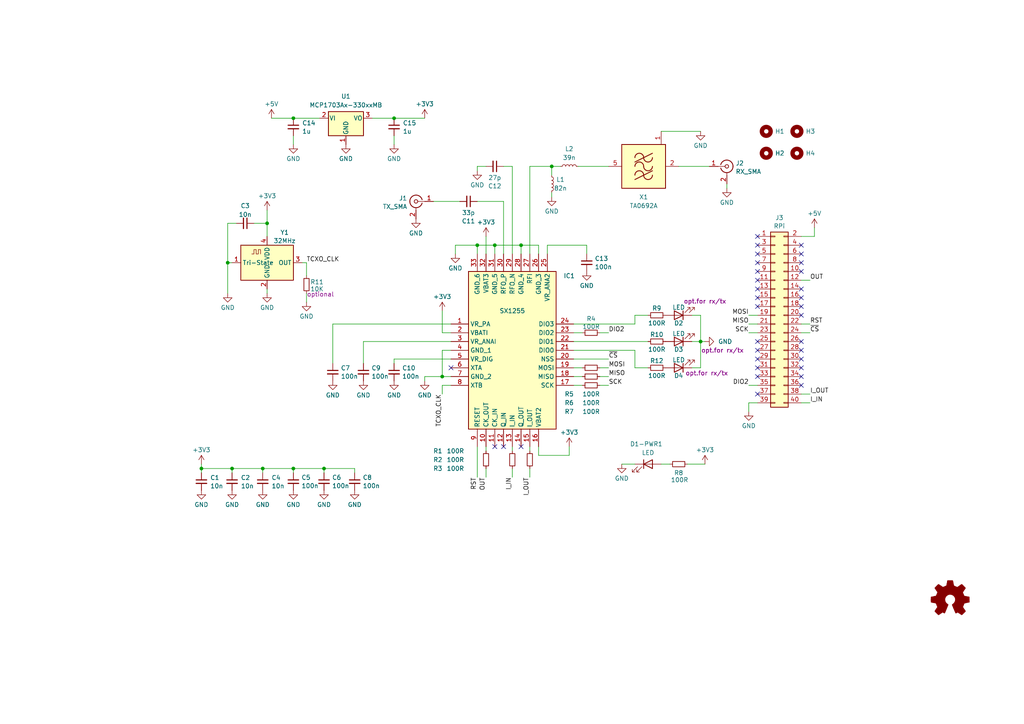
<source format=kicad_sch>
(kicad_sch (version 20250114) (generator "eeschema") (generator_version "9.0")
  (paper "A4")
  (title_block (title "SX1255 RPi 3-4 Shield") (date "03-04-2025") (rev "B") (company "M17 Foundation") (comment 1 "Wojciech SP5WWP") (comment 2 "moded by Z32IT"))
  (lib_symbols
    (symbol "Connector:Conn_Coaxial" (pin_names (offset 1.016) (hide yes))
      (property "Reference" "J" (at 0.254 3.048 0))
      (property "Value" "Conn_Coaxial" (at 2.921 0 90))
      (symbol "Conn_Coaxial_0_1"
        (polyline (pts (xy -2.54 0) (xy -0.508 0)))
        (arc (start 1.778 0) (mid 0.222 -1.8079) (end -1.778 -0.508) (stroke (width 0.254)))
        (arc (start -1.778 0.508) (mid 0.2221 1.8084) (end 1.778 0) (stroke (width 0.254)))
        (circle (center 0 0) (radius 0.508) (stroke (width 0.2032)))
        (polyline (pts (xy 0 -2.54) (xy 0 -1.778)))
      )
      (symbol "Conn_Coaxial_1_1"
        (pin passive line (at -5.08 0 0) (length 2.54) (name "In") (number "1"))
        (pin passive line (at 0 -5.08 90) (length 2.54) (name "Ext") (number "2"))
      )
    )
    (symbol "Connector_Generic:Conn_02x20_Odd_Even" (pin_names (offset 1.016) (hide yes))
      (property "Reference" "J" (at 1.27 25.4 0))
      (property "Value" "Conn_02x20_Odd_Even" (at 1.27 -27.94 0))
      (symbol "Conn_02x20_Odd_Even_1_1"
        (rectangle (start -1.27 24.13) (end 3.81 -26.67) (stroke (width 0.254)) (fill (type background)))
        (rectangle (start -1.27 22.987) (end 0 22.733) (stroke (width 0.1524)))
        (rectangle (start -1.27 20.447) (end 0 20.193) (stroke (width 0.1524)))
        (rectangle (start -1.27 17.907) (end 0 17.653) (stroke (width 0.1524)))
        (rectangle (start -1.27 15.367) (end 0 15.113) (stroke (width 0.1524)))
        (rectangle (start -1.27 12.827) (end 0 12.573) (stroke (width 0.1524)))
        (rectangle (start -1.27 10.287) (end 0 10.033) (stroke (width 0.1524)))
        (rectangle (start -1.27 7.747) (end 0 7.493) (stroke (width 0.1524)))
        (rectangle (start -1.27 5.207) (end 0 4.953) (stroke (width 0.1524)))
        (rectangle (start -1.27 2.667) (end 0 2.413) (stroke (width 0.1524)))
        (rectangle (start -1.27 0.127) (end 0 -0.127) (stroke (width 0.1524)))
        (rectangle (start -1.27 -2.413) (end 0 -2.667) (stroke (width 0.1524)))
        (rectangle (start -1.27 -4.953) (end 0 -5.207) (stroke (width 0.1524)))
        (rectangle (start -1.27 -7.493) (end 0 -7.747) (stroke (width 0.1524)))
        (rectangle (start -1.27 -10.033) (end 0 -10.287) (stroke (width 0.1524)))
        (rectangle (start -1.27 -12.573) (end 0 -12.827) (stroke (width 0.1524)))
        (rectangle (start -1.27 -15.113) (end 0 -15.367) (stroke (width 0.1524)))
        (rectangle (start -1.27 -17.653) (end 0 -17.907) (stroke (width 0.1524)))
        (rectangle (start -1.27 -20.193) (end 0 -20.447) (stroke (width 0.1524)))
        (rectangle (start -1.27 -22.733) (end 0 -22.987) (stroke (width 0.1524)))
        (rectangle (start -1.27 -25.273) (end 0 -25.527) (stroke (width 0.1524)))
        (rectangle (start 3.81 22.987) (end 2.54 22.733) (stroke (width 0.1524)))
        (rectangle (start 3.81 20.447) (end 2.54 20.193) (stroke (width 0.1524)))
        (rectangle (start 3.81 17.907) (end 2.54 17.653) (stroke (width 0.1524)))
        (rectangle (start 3.81 15.367) (end 2.54 15.113) (stroke (width 0.1524)))
        (rectangle (start 3.81 12.827) (end 2.54 12.573) (stroke (width 0.1524)))
        (rectangle (start 3.81 10.287) (end 2.54 10.033) (stroke (width 0.1524)))
        (rectangle (start 3.81 7.747) (end 2.54 7.493) (stroke (width 0.1524)))
        (rectangle (start 3.81 5.207) (end 2.54 4.953) (stroke (width 0.1524)))
        (rectangle (start 3.81 2.667) (end 2.54 2.413) (stroke (width 0.1524)))
        (rectangle (start 3.81 0.127) (end 2.54 -0.127) (stroke (width 0.1524)))
        (rectangle (start 3.81 -2.413) (end 2.54 -2.667) (stroke (width 0.1524)))
        (rectangle (start 3.81 -4.953) (end 2.54 -5.207) (stroke (width 0.1524)))
        (rectangle (start 3.81 -7.493) (end 2.54 -7.747) (stroke (width 0.1524)))
        (rectangle (start 3.81 -10.033) (end 2.54 -10.287) (stroke (width 0.1524)))
        (rectangle (start 3.81 -12.573) (end 2.54 -12.827) (stroke (width 0.1524)))
        (rectangle (start 3.81 -15.113) (end 2.54 -15.367) (stroke (width 0.1524)))
        (rectangle (start 3.81 -17.653) (end 2.54 -17.907) (stroke (width 0.1524)))
        (rectangle (start 3.81 -20.193) (end 2.54 -20.447) (stroke (width 0.1524)))
        (rectangle (start 3.81 -22.733) (end 2.54 -22.987) (stroke (width 0.1524)))
        (rectangle (start 3.81 -25.273) (end 2.54 -25.527) (stroke (width 0.1524)))
        (pin passive line (at -5.08 22.86 0) (length 3.81) (name "Pin_1") (number "1"))
        (pin passive line (at -5.08 20.32 0) (length 3.81) (name "Pin_3") (number "3"))
        (pin passive line (at -5.08 17.78 0) (length 3.81) (name "Pin_5") (number "5"))
        (pin passive line (at -5.08 15.24 0) (length 3.81) (name "Pin_7") (number "7"))
        (pin passive line (at -5.08 12.7 0) (length 3.81) (name "Pin_9") (number "9"))
        (pin passive line (at -5.08 10.16 0) (length 3.81) (name "Pin_11") (number "11"))
        (pin passive line (at -5.08 7.62 0) (length 3.81) (name "Pin_13") (number "13"))
        (pin passive line (at -5.08 5.08 0) (length 3.81) (name "Pin_15") (number "15"))
        (pin passive line (at -5.08 2.54 0) (length 3.81) (name "Pin_17") (number "17"))
        (pin passive line (at -5.08 0 0) (length 3.81) (name "Pin_19") (number "19"))
        (pin passive line (at -5.08 -2.54 0) (length 3.81) (name "Pin_21") (number "21"))
        (pin passive line (at -5.08 -5.08 0) (length 3.81) (name "Pin_23") (number "23"))
        (pin passive line (at -5.08 -7.62 0) (length 3.81) (name "Pin_25") (number "25"))
        (pin passive line (at -5.08 -10.16 0) (length 3.81) (name "Pin_27") (number "27"))
        (pin passive line (at -5.08 -12.7 0) (length 3.81) (name "Pin_29") (number "29"))
        (pin passive line (at -5.08 -15.24 0) (length 3.81) (name "Pin_31") (number "31"))
        (pin passive line (at -5.08 -17.78 0) (length 3.81) (name "Pin_33") (number "33"))
        (pin passive line (at -5.08 -20.32 0) (length 3.81) (name "Pin_35") (number "35"))
        (pin passive line (at -5.08 -22.86 0) (length 3.81) (name "Pin_37") (number "37"))
        (pin passive line (at -5.08 -25.4 0) (length 3.81) (name "Pin_39") (number "39"))
        (pin passive line (at 7.62 22.86 180) (length 3.81) (name "Pin_2") (number "2"))
        (pin passive line (at 7.62 20.32 180) (length 3.81) (name "Pin_4") (number "4"))
        (pin passive line (at 7.62 17.78 180) (length 3.81) (name "Pin_6") (number "6"))
        (pin passive line (at 7.62 15.24 180) (length 3.81) (name "Pin_8") (number "8"))
        (pin passive line (at 7.62 12.7 180) (length 3.81) (name "Pin_10") (number "10"))
        (pin passive line (at 7.62 10.16 180) (length 3.81) (name "Pin_12") (number "12"))
        (pin passive line (at 7.62 7.62 180) (length 3.81) (name "Pin_14") (number "14"))
        (pin passive line (at 7.62 5.08 180) (length 3.81) (name "Pin_16") (number "16"))
        (pin passive line (at 7.62 2.54 180) (length 3.81) (name "Pin_18") (number "18"))
        (pin passive line (at 7.62 0 180) (length 3.81) (name "Pin_20") (number "20"))
        (pin passive line (at 7.62 -2.54 180) (length 3.81) (name "Pin_22") (number "22"))
        (pin passive line (at 7.62 -5.08 180) (length 3.81) (name "Pin_24") (number "24"))
        (pin passive line (at 7.62 -7.62 180) (length 3.81) (name "Pin_26") (number "26"))
        (pin passive line (at 7.62 -10.16 180) (length 3.81) (name "Pin_28") (number "28"))
        (pin passive line (at 7.62 -12.7 180) (length 3.81) (name "Pin_30") (number "30"))
        (pin passive line (at 7.62 -15.24 180) (length 3.81) (name "Pin_32") (number "32"))
        (pin passive line (at 7.62 -17.78 180) (length 3.81) (name "Pin_34") (number "34"))
        (pin passive line (at 7.62 -20.32 180) (length 3.81) (name "Pin_36") (number "36"))
        (pin passive line (at 7.62 -22.86 180) (length 3.81) (name "Pin_38") (number "38"))
        (pin passive line (at 7.62 -25.4 180) (length 3.81) (name "Pin_40") (number "40"))
      )
    )
    (symbol "Device:C_Small" (pin_numbers (hide yes)) (pin_names (offset 0.254) (hide yes))
      (property "Reference" "C" (at 0.254 1.778 0))
      (property "Value" "C_Small" (at 0.254 -2.032 0))
      (symbol "C_Small_0_1"
        (polyline (pts (xy -1.524 0.508) (xy 1.524 0.508)) (stroke (width 0.3048)))
        (polyline (pts (xy -1.524 -0.508) (xy 1.524 -0.508)) (stroke (width 0.3302)))
      )
      (symbol "C_Small_1_1"
        (pin passive line (at 0 2.54 270) (length 2.032) (name "~") (number "1"))
        (pin passive line (at 0 -2.54 90) (length 2.032) (name "~") (number "2"))
      )
    )
    (symbol "Device:LED" (pin_numbers (hide yes)) (pin_names (offset 1.016) (hide yes))
      (property "Reference" "D" (at 0 2.54 0))
      (property "Value" "LED" (at 0 -2.54 0))
      (symbol "LED_0_1"
        (polyline (pts (xy -3.048 -0.762) (xy -4.572 -2.286) (xy -3.81 -2.286) (xy -4.572 -2.286) (xy -4.572 -1.524)))
        (polyline (pts (xy -1.778 -0.762) (xy -3.302 -2.286) (xy -2.54 -2.286) (xy -3.302 -2.286) (xy -3.302 -1.524)))
        (polyline (pts (xy -1.27 0) (xy 1.27 0)))
        (polyline (pts (xy -1.27 -1.27) (xy -1.27 1.27)) (stroke (width 0.254)))
        (polyline (pts (xy 1.27 -1.27) (xy 1.27 1.27) (xy -1.27 0) (xy 1.27 -1.27)) (stroke (width 0.254)))
      )
      (symbol "LED_1_1"
        (pin passive line (at -3.81 0 0) (length 2.54) (name "K") (number "1"))
        (pin passive line (at 3.81 0 180) (length 2.54) (name "A") (number "2"))
      )
    )
    (symbol "Device:L_Small" (pin_numbers (hide yes)) (pin_names (offset 0.254) (hide yes))
      (property "Reference" "L" (at 0.762 1.016 0))
      (property "Value" "L_Small" (at 0.762 -1.016 0))
      (symbol "L_Small_0_1"
        (arc (start 0 2.032) (mid 0.5058 1.524) (end 0 1.016))
        (arc (start 0 1.016) (mid 0.5058 0.508) (end 0 0))
        (arc (start 0 0) (mid 0.5058 -0.508) (end 0 -1.016))
        (arc (start 0 -1.016) (mid 0.5058 -1.524) (end 0 -2.032))
      )
      (symbol "L_Small_1_1"
        (pin passive line (at 0 2.54 270) (length 0.508) (name "~") (number "1"))
        (pin passive line (at 0 -2.54 90) (length 0.508) (name "~") (number "2"))
      )
    )
    (symbol "Device:R_Small" (pin_numbers (hide yes)) (pin_names (offset 0.254) (hide yes))
      (property "Reference" "R" (at 0.762 0.508 0))
      (property "Value" "R_Small" (at 0.762 -1.016 0))
      (symbol "R_Small_0_1"
        (rectangle (start -0.762 1.778) (end 0.762 -1.778) (stroke (width 0.2032)))
      )
      (symbol "R_Small_1_1"
        (pin passive line (at 0 2.54 270) (length 0.762) (name "~") (number "1"))
        (pin passive line (at 0 -2.54 90) (length 0.762) (name "~") (number "2"))
      )
    )
    (symbol "Graphic:Logo_Open_Hardware_Small" (in_bom no) (on_board no)
      (symbol "Logo_Open_Hardware_Small_0_1"
        (polyline (pts (xy 3.3528 -4.3434) (xy 3.302 -4.318) (xy 3.175 -4.2418) (xy 2.9972 -4.1148) (xy 2.7686 -3.9624) (xy 2.54 -3.81) (xy 2.3622 -3.7084) (xy 2.2352 -3.6068) (xy 2.1844 -3.5814) (xy 2.159 -3.6068) (xy 2.0574 -3.6576) (xy 1.905 -3.7338) (xy 1.8034 -3.7846) (xy 1.6764 -3.8354) (xy 1.6002 -3.8354) (xy 1.6002 -3.8354) (xy 1.5494 -3.7338) (xy 1.4732 -3.5306) (xy 1.3462 -3.302) (xy 1.2446 -3.0226) (xy 1.1176 -2.7178) (xy 0.9652 -2.413) (xy 0.8636 -2.1082) (xy 0.7366 -1.8288) (xy 0.6604 -1.6256) (xy 0.6096 -1.4732) (xy 0.5842 -1.397) (xy 0.5842 -1.397) (xy 0.6604 -1.3208) (xy 0.7874 -1.2446) (xy 1.0414 -1.016) (xy 1.2954 -0.6858) (xy 1.4478 -0.3302) (xy 1.524 0.0762) (xy 1.4732 0.4572) (xy 1.3208 0.8128) (xy 1.0668 1.143) (xy 0.762 1.3716) (xy 0.4064 1.524) (xy 0 1.5748) (xy -0.381 1.5494) (xy -0.7366 1.397) (xy -1.0668 1.143) (xy -1.2192 0.9906) (xy -1.397 0.6604) (xy -1.524 0.3048) (xy -1.524 0.2286) (xy -1.4986 -0.1778) (xy -1.397 -0.5334) (xy -1.1938 -0.8636) (xy -0.9144 -1.143) (xy -0.8636 -1.1684) (xy -0.7366 -1.27) (xy -0.635 -1.3462) (xy -0.5842 -1.397) (xy -1.0668 -2.5908) (xy -1.143 -2.794) (xy -1.2954 -3.1242) (xy -1.397 -3.4036) (xy -1.4986 -3.6322) (xy -1.5748 -3.7846) (xy -1.6002 -3.8354) (xy -1.6002 -3.8354) (xy -1.651 -3.8354) (xy -1.7272 -3.81) (xy -1.905 -3.7338) (xy -2.0066 -3.683) (xy -2.1336 -3.6068) (xy -2.2098 -3.5814) (xy -2.2606 -3.6068) (xy -2.3622 -3.683) (xy -2.54 -3.81) (xy -2.7686 -3.9624) (xy -2.9718 -4.0894) (xy -3.1496 -4.2164) (xy -3.302 -4.318) (xy -3.3528 -4.3434) (xy -3.3782 -4.3434) (xy -3.429 -4.318) (xy -3.5306 -4.2164) (xy -3.7084 -4.064) (xy -3.937 -3.8354) (xy -3.9624 -3.81) (xy -4.1656 -3.6068) (xy -4.318 -3.4544) (xy -4.4196 -3.3274) (xy -4.445 -3.2766) (xy -4.445 -3.2766) (xy -4.4196 -3.2258) (xy -4.318 -3.0734) (xy -4.2164 -2.8956) (xy -4.064 -2.667) (xy -3.6576 -2.0828) (xy -3.8862 -1.5494) (xy -3.937 -1.3716) (xy -4.0386 -1.1684) (xy -4.0894 -1.0414) (xy -4.1148 -0.9652) (xy -4.191 -0.9398) (xy -4.318 -0.9144) (xy -4.5466 -0.8636) (xy -4.8006 -0.8128) (xy -5.0546 -0.7874) (xy -5.2578 -0.7366) (xy -5.4356 -0.7112) (xy -5.5118 -0.6858) (xy -5.5118 -0.6858) (xy -5.5372 -0.635) (xy -5.5372 -0.5588) (xy -5.5372 -0.4318) (xy -5.5626 -0.2286) (xy -5.5626 0.0762) (xy -5.5626 0.127) (xy -5.5372 0.4064) (xy -5.5372 0.635) (xy -5.5372 0.762) (xy -5.5372 0.8382) (xy -5.5372 0.8382) (xy -5.461 0.8382) (xy -5.3086 0.889) (xy -5.08 0.9144) (xy -4.826 0.9652) (xy -4.8006 0.9906) (xy -4.5466 1.0414) (xy -4.318 1.0668) (xy -4.1656 1.1176) (xy -4.0894 1.143) (xy -4.0894 1.143) (xy -4.0386 1.2446) (xy -3.9624 1.4224) (xy -3.8608 1.6256) (xy -3.7846 1.8288) (xy -3.7084 2.0066) (xy -3.6576 2.159) (xy -3.6322 2.2098) (xy -3.6322 2.2098) (xy -3.683 2.286) (xy -3.7592 2.413) (xy -3.8862 2.5908) (xy -4.064 2.8194) (xy -4.064 2.8448) (xy -4.2164 3.0734) (xy -4.3434 3.2512) (xy -4.4196 3.3782) (xy -4.445 3.4544) (xy -4.445 3.4544) (xy -4.3942 3.5052) (xy -4.2926 3.6322) (xy -4.1148 3.81) (xy -3.937 4.0132) (xy -3.8608 4.064) (xy -3.6576 4.2926) (xy -3.5052 4.4196) (xy -3.4036 4.4958) (xy -3.3528 4.5212) (xy -3.3528 4.5212) (xy -3.302 4.4704) (xy -3.1496 4.3688) (xy -2.9718 4.2418) (xy -2.7432 4.0894) (xy -2.7178 4.0894) (xy -2.4892 3.937) (xy -2.3114 3.81) (xy -2.1844 3.7084) (xy -2.1336 3.683) (xy -2.1082 3.683) (xy -2.032 3.7084) (xy -1.8542 3.7592) (xy -1.6764 3.8354) (xy -1.4732 3.937) (xy -1.27 4.0132) (xy -1.143 4.064) (xy -1.0668 4.1148) (xy -1.0668 4.1148) (xy -1.0414 4.191) (xy -1.016 4.3434) (xy -0.9652 4.572) (xy -0.9144 4.8514) (xy -0.889 4.9022) (xy -0.8382 5.1562) (xy -0.8128 5.3848) (xy -0.7874 5.5372) (xy -0.762 5.588) (xy -0.7112 5.6134) (xy -0.5842 5.6134) (xy -0.4064 5.6134) (xy -0.1524 5.6134) (xy 0.0762 5.6134) (xy 0.3302 5.6134) (xy 0.5334 5.6134) (xy 0.6858 5.588) (xy 0.7366 5.588) (xy 0.7366 5.588) (xy 0.762 5.5118) (xy 0.8128 5.334) (xy 0.8382 5.1054) (xy 0.9144 4.826) (xy 0.9144 4.7752) (xy 0.9652 4.5212) (xy 1.016 4.2926) (xy 1.0414 4.1402) (xy 1.0668 4.0894) (xy 1.0668 4.0894) (xy 1.1938 4.0386) (xy 1.3716 3.9624) (xy 1.5748 3.8608) (xy 2.0828 3.6576) (xy 2.7178 4.0894) (xy 2.7686 4.1402) (xy 2.9972 4.2926) (xy 3.175 4.4196) (xy 3.302 4.4958) (xy 3.3782 4.5212) (xy 3.3782 4.5212) (xy 3.429 4.4704) (xy 3.556 4.3434) (xy 3.7338 4.191) (xy 3.9116 3.9878) (xy 4.064 3.8354) (xy 4.2418 3.6576) (xy 4.3434 3.556) (xy 4.4196 3.4798) (xy 4.4196 3.429) (xy 4.4196 3.4036) (xy 4.3942 3.3274) (xy 4.2926 3.2004) (xy 4.1656 2.9972) (xy 4.0132 2.794) (xy 3.8862 2.5908) (xy 3.7592 2.3876) (xy 3.6576 2.2352) (xy 3.6322 2.159) (xy 3.6322 2.1336) (xy 3.683 2.0066) (xy 3.7592 1.8288) (xy 3.8608 1.6002) (xy 4.064 1.1176) (xy 4.3942 1.0414) (xy 4.5974 1.016) (xy 4.8768 0.9652) (xy 5.1308 0.9144) (xy 5.5372 0.8382) (xy 5.5626 -0.6604) (xy 5.4864 -0.6858) (xy 5.4356 -0.6858) (xy 5.2832 -0.7366) (xy 5.0546 -0.762) (xy 4.8006 -0.8128) (xy 4.5974 -0.8636) (xy 4.3688 -0.9144) (xy 4.2164 -0.9398) (xy 4.1402 -0.9398) (xy 4.1148 -0.9652) (xy 4.064 -1.0668) (xy 3.9878 -1.2446) (xy 3.9116 -1.4478) (xy 3.81 -1.651) (xy 3.7338 -1.8542) (xy 3.683 -2.0066) (xy 3.6576 -2.0828) (xy 3.683 -2.1336) (xy 3.7846 -2.2606) (xy 3.8862 -2.4638) (xy 4.0386 -2.667) (xy 4.191 -2.8956) (xy 4.318 -3.0734) (xy 4.3942 -3.2004) (xy 4.445 -3.2766) (xy 4.4196 -3.3274) (xy 4.3434 -3.429) (xy 4.1656 -3.5814) (xy 3.937 -3.8354) (xy 3.8862 -3.8608) (xy 3.683 -4.064) (xy 3.5306 -4.2164) (xy 3.4036 -4.318) (xy 3.3528 -4.3434)) (fill (type outline)))
      )
    )
    (symbol "Mechanical:MountingHole" (pin_names (offset 1.016)) (exclude_from_sim yes) (in_bom no)
      (property "Reference" "H" (at 0 5.08 0))
      (property "Value" "MountingHole" (at 0 3.175 0))
      (symbol "MountingHole_0_1"
        (circle (center 0 0) (radius 1.27) (stroke (width 1.27)))
      )
    )
    (symbol "Oscillator:ECS-2520MV-xxx-xx"
      (property "Reference" "Y" (at -5.08 6.35 0))
      (property "Value" "ECS-2520MV-xxx-xx" (at 1.27 -6.35 0))
      (symbol "ECS-2520MV-xxx-xx_0_1"
        (rectangle (start -7.62 5.08) (end 7.62 -5.08) (stroke (width 0.254)) (fill (type background)))
        (polyline (pts (xy -4.445 2.54) (xy -3.81 2.54) (xy -3.81 3.81) (xy -3.175 3.81) (xy -3.175 2.54) (xy -2.54 2.54) (xy -2.54 3.81) (xy -1.905 3.81) (xy -1.905 2.54)))
      )
      (symbol "ECS-2520MV-xxx-xx_1_1"
        (pin input line (at -10.16 0 0) (length 2.54) (name "Tri-State") (number "1"))
        (pin power_in line (at 0 7.62 270) (length 2.54) (name "VDD") (number "4"))
        (pin power_in line (at 0 -7.62 90) (length 2.54) (name "GND") (number "2"))
        (pin output line (at 10.16 0 180) (length 2.54) (name "OUT") (number "3"))
      )
    )
    (symbol "RF_Filter:STA1090EC" (pin_names (hide yes))
      (property "Reference" "X" (at -5.08 10.16 0))
      (property "Value" "STA1090EC" (at -1.27 7.62 0))
      (symbol "STA1090EC_1_1"
        (rectangle (start -6.35 6.35) (end 6.35 -6.35) (stroke (width 0.254)) (fill (type background)))
        (polyline (pts (xy -2.54 1.27) (xy 2.54 3.81)) (stroke (width 0.254)))
        (polyline (pts (xy -2.54 -3.81) (xy 2.54 -1.27)) (stroke (width 0.254)))
        (arc (start -2.54 2.54) (mid -1.27 3.8045) (end 0 2.54) (stroke (width 0.254)))
        (arc (start -2.54 0) (mid -1.27 1.2645) (end 0 0) (stroke (width 0.254)))
        (arc (start -2.54 -2.54) (mid -1.27 -1.2755) (end 0 -2.54) (stroke (width 0.254)))
        (arc (start 2.54 2.54) (mid 1.27 1.2755) (end 0 2.54) (stroke (width 0.254)))
        (arc (start 2.54 0) (mid 1.27 -1.2645) (end 0 0) (stroke (width 0.254)))
        (arc (start 2.54 -2.54) (mid 1.27 -3.8045) (end 0 -2.54) (stroke (width 0.254)))
        (pin input line (at -10.16 0 0) (length 3.81) (name "IN") (number "2"))
        (pin power_in line (at -5.08 -10.16 90) (length 3.81) (name "GND") (number "1"))
        (pin passive line (at -5.08 -10.16 90) (length 3.81) (hide yes) (name "GND") (number "3"))
        (pin passive line (at -5.08 -10.16 90) (length 3.81) (hide yes) (name "GND") (number "4"))
        (pin passive line (at -5.08 -10.16 90) (length 3.81) (hide yes) (name "GND") (number "6"))
        (pin output line (at 10.16 0 180) (length 3.81) (name "OUT") (number "5"))
      )
    )
    (symbol "Regulator_Linear:MCP1703Ax-330xxMB" (pin_names (offset 0.254))
      (property "Reference" "U" (at -3.81 3.175 0))
      (property "Value" "MCP1703Ax-330xxMB" (at 0 3.175 0))
      (symbol "MCP1703Ax-330xxMB_0_1"
        (rectangle (start -5.08 -5.08) (end 5.08 1.905) (stroke (width 0.254)) (fill (type background)))
      )
      (symbol "MCP1703Ax-330xxMB_1_1"
        (pin power_in line (at -7.62 0 0) (length 2.54) (name "VI") (number "2"))
        (pin power_in line (at 0 -7.62 90) (length 2.54) (name "GND") (number "1"))
        (pin power_out line (at 7.62 0 180) (length 2.54) (name "VO") (number "3"))
      )
    )
    (symbol "SX1255:SX1255IWLTRT"
      (property "Reference" "IC" (at 31.75 20.32 0))
      (property "Value" "SX1255IWLTRT" (at 31.75 17.78 0))
      (symbol "SX1255IWLTRT_1_1"
        (rectangle (start 5.08 15.24) (end 30.48 -30.48) (stroke (width 0.254)) (fill (type background)))
        (pin passive line (at 0 0 0) (length 5.08) (name "VR_PA") (number "1"))
        (pin passive line (at 0 -2.54 0) (length 5.08) (name "VBATI") (number "2"))
        (pin passive line (at 0 -5.08 0) (length 5.08) (name "VR_ANAI") (number "3"))
        (pin passive line (at 0 -7.62 0) (length 5.08) (name "GND_1") (number "4"))
        (pin passive line (at 0 -10.16 0) (length 5.08) (name "VR_DIG") (number "5"))
        (pin passive line (at 0 -12.7 0) (length 5.08) (name "XTA") (number "6"))
        (pin passive line (at 0 -15.24 0) (length 5.08) (name "GND_2") (number "7"))
        (pin passive line (at 0 -17.78 0) (length 5.08) (name "XTB") (number "8"))
        (pin passive line (at 7.62 20.32 270) (length 5.08) (name "GND_6") (number "33"))
        (pin passive line (at 7.62 -35.56 90) (length 5.08) (name "RESET") (number "9"))
        (pin passive line (at 10.16 20.32 270) (length 5.08) (name "VBAT3") (number "32"))
        (pin passive line (at 10.16 -35.56 90) (length 5.08) (name "CK_OUT") (number "10"))
        (pin passive line (at 12.7 20.32 270) (length 5.08) (name "GND_5") (number "31"))
        (pin passive line (at 12.7 -35.56 90) (length 5.08) (name "CK_IN") (number "11"))
        (pin passive line (at 15.24 20.32 270) (length 5.08) (name "RFO_P") (number "30"))
        (pin passive line (at 15.24 -35.56 90) (length 5.08) (name "Q_IN") (number "12"))
        (pin passive line (at 17.78 20.32 270) (length 5.08) (name "RFO_N") (number "29"))
        (pin passive line (at 17.78 -35.56 90) (length 5.08) (name "I_IN") (number "13"))
        (pin passive line (at 20.32 20.32 270) (length 5.08) (name "GND_4") (number "28"))
        (pin passive line (at 20.32 -35.56 90) (length 5.08) (name "Q_OUT") (number "14"))
        (pin passive line (at 22.86 20.32 270) (length 5.08) (name "RFI") (number "27"))
        (pin passive line (at 22.86 -35.56 90) (length 5.08) (name "I_OUT") (number "15"))
        (pin passive line (at 25.4 20.32 270) (length 5.08) (name "GND_3") (number "26"))
        (pin passive line (at 25.4 -35.56 90) (length 5.08) (name "VBAT2") (number "16"))
        (pin passive line (at 27.94 20.32 270) (length 5.08) (name "VR_ANA2") (number "25"))
        (pin passive line (at 35.56 0 180) (length 5.08) (name "DIO3") (number "24"))
        (pin passive line (at 35.56 -2.54 180) (length 5.08) (name "DIO2") (number "23"))
        (pin passive line (at 35.56 -5.08 180) (length 5.08) (name "DIO1") (number "22"))
        (pin passive line (at 35.56 -7.62 180) (length 5.08) (name "DIO0") (number "21"))
        (pin passive line (at 35.56 -10.16 180) (length 5.08) (name "NSS") (number "20"))
        (pin passive line (at 35.56 -12.7 180) (length 5.08) (name "MOSI") (number "19"))
        (pin passive line (at 35.56 -15.24 180) (length 5.08) (name "MISO") (number "18"))
        (pin passive line (at 35.56 -17.78 180) (length 5.08) (name "SCK") (number "17"))
      )
    )
    (symbol "power:+3V3" (power) (pin_names (offset 0))
      (property "Value" "+3V3" (at 0 3.556 0))
      (symbol "+3V3_0_1"
        (polyline (pts (xy -0.762 1.27) (xy 0 2.54)))
        (polyline (pts (xy 0 2.54) (xy 0.762 1.27)))
        (polyline (pts (xy 0 0) (xy 0 2.54)))
      )
      (symbol "+3V3_1_1"
        (pin power_in line (at 0 0 90) (length 0) (hide yes) (name "+3V3") (number "1"))
      )
    )
    (symbol "power:GND" (power) (pin_names (offset 0))
      (property "Value" "GND" (at 0 -3.81 0))
      (symbol "GND_0_1"
        (polyline (pts (xy 0 0) (xy 0 -1.27) (xy 1.27 -1.27) (xy 0 -2.54) (xy -1.27 -1.27) (xy 0 -1.27)))
      )
      (symbol "GND_1_1"
        (pin power_in line (at 0 0 270) (length 0) (hide yes) (name "GND") (number "1"))
      )
    )
  )
  (junction (at 85.09 135.89))
  (junction (at 143.51 71.12))
  (junction (at 58.42 135.89))
  (junction (at 76.2 135.89))
  (junction (at 77.47 64.77))
  (junction (at 160.02 48.26))
  (junction (at 93.98 135.89))
  (junction (at 114.3 34.29))
  (junction (at 67.31 135.89))
  (junction (at 128.27 109.22))
  (junction (at 66.04 76.2))
  (junction (at 151.13 71.12))
  (junction (at 138.43 71.12))
  (junction (at 85.09 34.29))
  (junction (at 203.2 99.06))
  (no_connect (at 219.71 88.9))
  (no_connect (at 130.81 106.68))
  (no_connect (at 219.71 99.06))
  (no_connect (at 219.71 104.14))
  (no_connect (at 219.71 101.6))
  (no_connect (at 219.71 73.66))
  (no_connect (at 219.71 109.22))
  (no_connect (at 219.71 68.58))
  (no_connect (at 232.41 101.6))
  (no_connect (at 219.71 81.28))
  (no_connect (at 232.41 73.66))
  (no_connect (at 232.41 104.14))
  (no_connect (at 146.05 129.54))
  (no_connect (at 219.71 76.2))
  (no_connect (at 232.41 99.06))
  (no_connect (at 232.41 78.74))
  (no_connect (at 232.41 76.2))
  (no_connect (at 232.41 71.12))
  (no_connect (at 219.71 106.68))
  (no_connect (at 151.13 129.54))
  (no_connect (at 219.71 114.3))
  (no_connect (at 232.41 86.36))
  (no_connect (at 219.71 78.74))
  (no_connect (at 232.41 111.76))
  (no_connect (at 232.41 88.9))
  (no_connect (at 219.71 71.12))
  (no_connect (at 219.71 83.82))
  (no_connect (at 232.41 109.22))
  (no_connect (at 232.41 106.68))
  (no_connect (at 232.41 91.44))
  (no_connect (at 232.41 83.82))
  (no_connect (at 143.51 129.54))
  (no_connect (at 219.71 86.36))
  (wire (pts (xy 184.15 93.98) (xy 184.15 91.44)))
  (wire (pts (xy 143.51 71.12) (xy 138.43 71.12)))
  (wire (pts (xy 58.42 137.16) (xy 58.42 135.89)))
  (wire (pts (xy 138.43 71.12) (xy 132.08 71.12)))
  (wire (pts (xy 184.15 106.68) (xy 187.96 106.68)))
  (wire (pts (xy 166.37 99.06) (xy 187.96 99.06)))
  (wire (pts (xy 78.74 34.29) (xy 85.09 34.29)))
  (wire (pts (xy 167.64 48.26) (xy 176.53 48.26)))
  (wire (pts (xy 173.99 109.22) (xy 176.53 109.22)))
  (wire (pts (xy 156.21 132.08) (xy 165.1 132.08)))
  (wire (pts (xy 68.58 64.77) (xy 66.04 64.77)))
  (wire (pts (xy 166.37 111.76) (xy 168.91 111.76)))
  (wire (pts (xy 184.15 91.44) (xy 187.96 91.44)))
  (wire (pts (xy 88.9 76.2) (xy 88.9 80.01)))
  (wire (pts (xy 196.85 48.26) (xy 205.74 48.26)))
  (wire (pts (xy 217.17 111.76) (xy 219.71 111.76)))
  (wire (pts (xy 232.41 96.52) (xy 234.95 96.52)))
  (wire (pts (xy 138.43 48.26) (xy 138.43 49.53)))
  (wire (pts (xy 123.19 109.22) (xy 123.19 110.49)))
  (wire (pts (xy 148.59 73.66) (xy 148.59 48.26)))
  (wire (pts (xy 66.04 64.77) (xy 66.04 76.2)))
  (wire (pts (xy 148.59 135.89) (xy 148.59 138.43)))
  (wire (pts (xy 102.87 135.89) (xy 93.98 135.89)))
  (wire (pts (xy 87.63 76.2) (xy 88.9 76.2)))
  (wire (pts (xy 146.05 58.42) (xy 146.05 73.66)))
  (wire (pts (xy 156.21 73.66) (xy 156.21 71.12)))
  (wire (pts (xy 77.47 64.77) (xy 77.47 68.58)))
  (wire (pts (xy 170.18 71.12) (xy 170.18 73.66)))
  (wire (pts (xy 107.95 34.29) (xy 114.3 34.29)))
  (wire (pts (xy 166.37 104.14) (xy 176.53 104.14)))
  (wire (pts (xy 151.13 73.66) (xy 151.13 71.12)))
  (wire (pts (xy 166.37 109.22) (xy 168.91 109.22)))
  (wire (pts (xy 166.37 96.52) (xy 168.91 96.52)))
  (wire (pts (xy 200.66 106.68) (xy 203.2 106.68)))
  (wire (pts (xy 96.52 93.98) (xy 96.52 105.41)))
  (wire (pts (xy 184.15 101.6) (xy 184.15 106.68)))
  (wire (pts (xy 77.47 60.96) (xy 77.47 64.77)))
  (wire (pts (xy 160.02 48.26) (xy 162.56 48.26)))
  (wire (pts (xy 105.41 99.06) (xy 105.41 105.41)))
  (wire (pts (xy 153.67 48.26) (xy 160.02 48.26)))
  (wire (pts (xy 156.21 71.12) (xy 151.13 71.12)))
  (wire (pts (xy 128.27 109.22) (xy 130.81 109.22)))
  (wire (pts (xy 114.3 34.29) (xy 123.19 34.29)))
  (wire (pts (xy 138.43 58.42) (xy 146.05 58.42)))
  (wire (pts (xy 93.98 137.16) (xy 93.98 135.89)))
  (wire (pts (xy 73.66 64.77) (xy 77.47 64.77)))
  (wire (pts (xy 77.47 83.82) (xy 77.47 85.09)))
  (wire (pts (xy 96.52 93.98) (xy 130.81 93.98)))
  (wire (pts (xy 200.66 99.06) (xy 203.2 99.06)))
  (wire (pts (xy 203.2 99.06) (xy 204.47 99.06)))
  (wire (pts (xy 232.41 81.28) (xy 234.95 81.28)))
  (wire (pts (xy 138.43 129.54) (xy 138.43 138.43)))
  (wire (pts (xy 166.37 106.68) (xy 168.91 106.68)))
  (wire (pts (xy 76.2 135.89) (xy 67.31 135.89)))
  (wire (pts (xy 200.66 91.44) (xy 203.2 91.44)))
  (wire (pts (xy 85.09 41.91) (xy 85.09 39.37)))
  (wire (pts (xy 165.1 129.54) (xy 165.1 132.08)))
  (wire (pts (xy 232.41 116.84) (xy 234.95 116.84)))
  (wire (pts (xy 219.71 116.84) (xy 217.17 116.84)))
  (wire (pts (xy 128.27 90.17) (xy 128.27 96.52)))
  (wire (pts (xy 140.97 135.89) (xy 140.97 138.43)))
  (wire (pts (xy 114.3 41.91) (xy 114.3 39.37)))
  (wire (pts (xy 160.02 48.26) (xy 160.02 50.8)))
  (wire (pts (xy 140.97 129.54) (xy 140.97 130.81)))
  (wire (pts (xy 166.37 101.6) (xy 184.15 101.6)))
  (wire (pts (xy 166.37 93.98) (xy 184.15 93.98)))
  (wire (pts (xy 66.04 76.2) (xy 66.04 85.09)))
  (wire (pts (xy 128.27 114.3) (xy 128.27 111.76)))
  (wire (pts (xy 148.59 48.26) (xy 146.05 48.26)))
  (wire (pts (xy 236.22 66.04) (xy 236.22 68.58)))
  (wire (pts (xy 160.02 57.15) (xy 160.02 55.88)))
  (wire (pts (xy 88.9 85.09) (xy 88.9 87.63)))
  (wire (pts (xy 210.82 54.61) (xy 210.82 53.34)))
  (wire (pts (xy 203.2 99.06) (xy 203.2 106.68)))
  (wire (pts (xy 128.27 101.6) (xy 128.27 109.22)))
  (wire (pts (xy 123.19 109.22) (xy 128.27 109.22)))
  (wire (pts (xy 105.41 99.06) (xy 130.81 99.06)))
  (wire (pts (xy 232.41 93.98) (xy 234.95 93.98)))
  (wire (pts (xy 143.51 71.12) (xy 143.51 73.66)))
  (wire (pts (xy 102.87 137.16) (xy 102.87 135.89)))
  (wire (pts (xy 76.2 137.16) (xy 76.2 135.89)))
  (wire (pts (xy 125.73 58.42) (xy 133.35 58.42)))
  (wire (pts (xy 173.99 106.68) (xy 176.53 106.68)))
  (wire (pts (xy 128.27 96.52) (xy 130.81 96.52)))
  (wire (pts (xy 153.67 129.54) (xy 153.67 130.81)))
  (wire (pts (xy 85.09 137.16) (xy 85.09 135.89)))
  (wire (pts (xy 128.27 111.76) (xy 130.81 111.76)))
  (wire (pts (xy 173.99 111.76) (xy 176.53 111.76)))
  (wire (pts (xy 140.97 68.58) (xy 140.97 73.66)))
  (wire (pts (xy 130.81 101.6) (xy 128.27 101.6)))
  (wire (pts (xy 58.42 134.62) (xy 58.42 135.89)))
  (wire (pts (xy 173.99 96.52) (xy 176.53 96.52)))
  (wire (pts (xy 140.97 48.26) (xy 138.43 48.26)))
  (wire (pts (xy 85.09 135.89) (xy 93.98 135.89)))
  (wire (pts (xy 153.67 73.66) (xy 153.67 48.26)))
  (wire (pts (xy 217.17 91.44) (xy 219.71 91.44)))
  (wire (pts (xy 217.17 96.52) (xy 219.71 96.52)))
  (wire (pts (xy 114.3 104.14) (xy 130.81 104.14)))
  (wire (pts (xy 158.75 71.12) (xy 170.18 71.12)))
  (wire (pts (xy 180.34 134.62) (xy 184.15 134.62)))
  (wire (pts (xy 76.2 135.89) (xy 85.09 135.89)))
  (wire (pts (xy 217.17 116.84) (xy 217.17 119.38)))
  (wire (pts (xy 132.08 71.12) (xy 132.08 73.66)))
  (wire (pts (xy 203.2 91.44) (xy 203.2 99.06)))
  (wire (pts (xy 85.09 34.29) (xy 92.71 34.29)))
  (wire (pts (xy 191.77 38.1) (xy 203.2 38.1)))
  (wire (pts (xy 217.17 93.98) (xy 219.71 93.98)))
  (wire (pts (xy 158.75 73.66) (xy 158.75 71.12)))
  (wire (pts (xy 114.3 104.14) (xy 114.3 105.41)))
  (wire (pts (xy 199.39 134.62) (xy 204.47 134.62)))
  (wire (pts (xy 67.31 135.89) (xy 67.31 137.16)))
  (wire (pts (xy 58.42 135.89) (xy 67.31 135.89)))
  (wire (pts (xy 66.04 76.2) (xy 67.31 76.2)))
  (wire (pts (xy 156.21 129.54) (xy 156.21 132.08)))
  (wire (pts (xy 138.43 73.66) (xy 138.43 71.12)))
  (wire (pts (xy 191.77 134.62) (xy 194.31 134.62)))
  (wire (pts (xy 232.41 68.58) (xy 236.22 68.58)))
  (wire (pts (xy 153.67 135.89) (xy 153.67 138.43)))
  (wire (pts (xy 232.41 114.3) (xy 234.95 114.3)))
  (wire (pts (xy 148.59 129.54) (xy 148.59 130.81)))
  (wire (pts (xy 151.13 71.12) (xy 143.51 71.12)))
  (label "RST" (at 138.43 138.43 270))
  (label "I_OUT" (at 153.67 138.43 270))
  (label "DIO2" (at 217.17 111.76 180))
  (label "MOSI" (at 176.53 106.68 0))
  (label "I_IN" (at 148.59 138.43 270))
  (label "I_IN" (at 234.95 116.84 0))
  (label "~{CS}" (at 176.53 104.14 0))
  (label "OUT" (at 234.95 81.28 0))
  (label "MOSI" (at 217.17 91.44 180))
  (label "TCXO_CLK" (at 88.9 76.2 0))
  (label "I_OUT" (at 234.95 114.3 0))
  (label "OUT" (at 140.97 138.43 270))
  (label "MISO" (at 176.53 109.22 0))
  (label "RST" (at 234.95 93.98 0))
  (label "TCXO_CLK" (at 128.27 114.3 270))
  (label "DIO2" (at 176.53 96.52 0))
  (label "MISO" (at 217.17 93.98 180))
  (label "SCK" (at 176.53 111.76 0))
  (label "SCK" (at 217.17 96.52 180))
  (label "~{CS}" (at 234.95 96.52 0))
  (symbol (lib_id "Device:C_Small") (at 114.3 107.95 0) (unit 1)
    (property "Reference" "C10" (at 116.6241 106.7442 0) (effects (justify left)))
    (property "Value" "100n" (at 116.6241 109.1684 0) (effects (justify left)))
    (property "Footprint" "Capacitor_SMD:C_0805_2012Metric" (effects (hide yes)))
    (property "PN" "581-06035G104Z" (effects (hide yes)))
    (property "MPN" "06035G104ZAT2A" (effects (hide yes)))
  )
  (symbol (lib_id "power:GND") (at 88.9 87.63 0) (unit 1)
    (property "Reference" "#PWR030" (effects (hide yes)))
    (property "Value" "GND" (at 88.9 91.7631 0))
  )
  (symbol (lib_id "Device:C_Small") (at 58.42 139.7 0) (unit 1)
    (property "Reference" "C1" (at 60.96 138.5458 0) (effects (justify left)))
    (property "Value" "10n" (at 60.96 140.97 0) (effects (justify left)))
    (property "Footprint" "Capacitor_SMD:C_0805_2012Metric" (effects (hide yes)))
    (property "PN" "80-C0603C103M4RECLR" (effects (hide yes)))
    (property "MPN" "C0603C103M4REC7411" (effects (hide yes)))
  )
  (symbol (lib_id "Device:C_Small") (at 170.18 76.2 0) (unit 1)
    (property "Reference" "C13" (at 172.5041 74.9942 0) (effects (justify left)))
    (property "Value" "100n" (at 172.5041 77.4184 0) (effects (justify left)))
    (property "Footprint" "Capacitor_SMD:C_0805_2012Metric" (effects (hide yes)))
    (property "PN" "581-06035G104Z" (effects (hide yes)))
    (property "MPN" "06035G104ZAT2A" (effects (hide yes)))
  )
  (symbol (lib_id "power:+3V3") (at 58.42 134.62 0) (unit 1)
    (property "Reference" "#PWR01" (effects (hide yes)))
    (property "Value" "+3V3" (at 58.42 130.4869 0))
  )
  (symbol (lib_id "power:GND") (at 210.82 54.61 0) (unit 1)
    (property "Reference" "#PWR023" (effects (hide yes)))
    (property "Value" "GND" (at 210.82 58.7431 0))
  )
  (symbol (lib_id "Mechanical:MountingHole") (at 222.25 38.1 0) (unit 1) (exclude_from_sim yes) (in_bom no)
    (property "Reference" "H1" (at 224.79 38.1 0) (effects (justify left)))
    (property "Value" "MountingHole" (effects (hide yes)))
    (property "Footprint" "MountingHole:MountingHole_2.7mm_M2.5_DIN965" (effects (hide yes)))
    (property "Description" "Mounting Hole without connection" (effects (hide yes)))
    (property "PN" "-" (effects (hide yes)))
    (property "MPN" "-" (effects (hide yes)))
  )
  (symbol (lib_id "power:GND") (at 132.08 73.66 0) (unit 1)
    (property "Reference" "#PWR017" (effects (hide yes)))
    (property "Value" "GND" (at 132.08 77.7931 0))
  )
  (symbol (lib_id "power:GND") (at 96.52 110.49 0) (unit 1)
    (property "Reference" "#PWR010" (effects (hide yes)))
    (property "Value" "GND" (at 96.52 114.6231 0))
  )
  (symbol (lib_id "Device:L_Small") (at 165.1 48.26 270) (mirror x) (unit 1)
    (property "Reference" "L2" (at 165.1 43.18 90))
    (property "Value" "39n" (at 165.1 45.72 90))
    (property "Footprint" "Inductor_SMD:L_0805_2012Metric" (effects (hide yes)))
    (property "MPN" "AISC-0603-R039J-T" (effects (hide yes)))
    (property "PN" "815-AISC-0603-R039-J" (effects (hide yes)))
  )
  (symbol (lib_id "Device:R_Small") (at 196.85 134.62 270) (unit 1)
    (property "Reference" "R8" (at 196.85 137.16 90))
    (property "Value" "100R" (at 197.104 139.192 90))
    (property "Footprint" "Resistor_SMD:R_0805_2012Metric" (effects (hide yes)))
    (property "PN" "CRCW0603100RFKECC" (effects (hide yes)))
    (property "MPN" "CRCW0603100RFKECC" (effects (hide yes)))
  )
  (symbol (lib_id "Mechanical:MountingHole") (at 231.14 44.45 0) (unit 1) (exclude_from_sim yes) (in_bom no)
    (property "Reference" "H4" (at 233.68 44.45 0) (effects (justify left)))
    (property "Value" "MountingHole" (effects (hide yes)))
    (property "Footprint" "MountingHole:MountingHole_2.7mm_M2.5_DIN965" (effects (hide yes)))
    (property "Description" "Mounting Hole without connection" (effects (hide yes)))
    (property "PN" "-" (effects (hide yes)))
    (property "MPN" "-" (effects (hide yes)))
  )
  (symbol (lib_id "power:GND") (at 138.43 49.53 0) (unit 1)
    (property "Reference" "#PWR018" (effects (hide yes)))
    (property "Value" "GND" (at 138.43 53.6631 0))
  )
  (symbol (lib_id "Device:R_Small") (at 190.5 91.44 270) (unit 1)
    (property "Reference" "R9" (at 190.5 89.408 90))
    (property "Value" "100R" (at 190.5 93.726 90))
    (property "Footprint" "Resistor_SMD:R_0805_2012Metric" (effects (hide yes)))
    (property "PN" "CRCW0603100RFKECC" (effects (hide yes)))
    (property "MPN" "CRCW0603100RFKECC" (effects (hide yes)))
  )
  (symbol (lib_id "Device:C_Small") (at 102.87 139.7 0) (unit 1)
    (property "Reference" "C8" (at 105.1941 138.4942 0) (effects (justify left)))
    (property "Value" "100n" (at 105.1941 140.9184 0) (effects (justify left)))
    (property "Footprint" "Capacitor_SMD:C_0805_2012Metric" (effects (hide yes)))
    (property "PN" "581-06035G104Z" (effects (hide yes)))
    (property "MPN" "06035G104ZAT2A" (effects (hide yes)))
  )
  (symbol (lib_id "Device:C_Small") (at 96.52 107.95 0) (unit 1)
    (property "Reference" "C7" (at 98.8441 106.7442 0) (effects (justify left)))
    (property "Value" "100n" (at 98.8441 109.1684 0) (effects (justify left)))
    (property "Footprint" "Capacitor_SMD:C_0805_2012Metric" (effects (hide yes)))
    (property "PN" "581-06035G104Z" (effects (hide yes)))
    (property "MPN" "06035G104ZAT2A" (effects (hide yes)))
  )
  (symbol (lib_id "power:+3V3") (at 140.97 68.58 0) (unit 1)
    (property "Reference" "#PWR019" (effects (hide yes)))
    (property "Value" "+3V3" (at 140.97 64.4469 0))
  )
  (symbol (lib_id "Device:C_Small") (at 93.98 139.7 0) (unit 1)
    (property "Reference" "C6" (at 96.3041 138.4942 0) (effects (justify left)))
    (property "Value" "100n" (at 96.3041 140.9184 0) (effects (justify left)))
    (property "Footprint" "Capacitor_SMD:C_0805_2012Metric" (effects (hide yes)))
    (property "PN" "581-06035G104Z" (effects (hide yes)))
    (property "MPN" "06035G104ZAT2A" (effects (hide yes)))
  )
  (symbol (lib_id "Device:R_Small") (at 171.45 96.52 270) (unit 1)
    (property "Reference" "R4" (at 171.45 92.456 90))
    (property "Value" "100R" (at 171.45 94.742 90))
    (property "Footprint" "Resistor_SMD:R_0805_2012Metric" (effects (hide yes)))
    (property "PN" "CRCW0603100RFKECC" (effects (hide yes)))
    (property "MPN" "CRCW0603100RFKECC" (effects (hide yes)))
  )
  (symbol (lib_id "Device:C_Small") (at 143.51 48.26 270) (mirror x) (unit 1)
    (property "Reference" "C12" (at 143.5036 53.9664 90))
    (property "Value" "27p" (at 143.5036 51.5422 90))
    (property "Footprint" "Capacitor_SMD:C_0805_2012Metric" (effects (hide yes)))
    (property "PN" "603-AC0603JRNP9BN270" (effects (hide yes)))
    (property "MPN" "AC0603JRNPO9BN270" (effects (hide yes)))
  )
  (symbol (lib_id "Device:C_Small") (at 135.89 58.42 270) (mirror x) (unit 1)
    (property "Reference" "C11" (at 135.8836 64.1264 90))
    (property "Value" "33p" (at 135.8836 61.7022 90))
    (property "Footprint" "Capacitor_SMD:C_0805_2012Metric" (effects (hide yes)))
    (property "PN" "77-VJ0603A330KXAPBC" (effects (hide yes)))
    (property "MPN" "VJ0603A330KXAPW1BC" (effects (hide yes)))
  )
  (symbol (lib_id "Device:C_Small") (at 71.12 64.77 270) (unit 1)
    (property "Reference" "C3" (at 71.12 59.69 90))
    (property "Value" "10n" (at 71.12 62.23 90))
    (property "Footprint" "Capacitor_SMD:C_0805_2012Metric" (effects (hide yes)))
    (property "PN" "80-C0603C103M4RECLR" (effects (hide yes)))
    (property "MPN" "C0603C103M4REC7411" (effects (hide yes)))
  )
  (symbol (lib_id "power:+3V3") (at 123.19 34.29 0) (unit 1)
    (property "Reference" "#PWR035" (effects (hide yes)))
    (property "Value" "+3V3" (at 123.19 30.1569 0))
  )
  (symbol (lib_id "Mechanical:MountingHole") (at 222.25 44.45 0) (unit 1) (exclude_from_sim yes) (in_bom no)
    (property "Reference" "H2" (at 224.79 44.45 0) (effects (justify left)))
    (property "Value" "MountingHole" (effects (hide yes)))
    (property "Footprint" "MountingHole:MountingHole_2.7mm_M2.5_DIN965" (effects (hide yes)))
    (property "Description" "Mounting Hole without connection" (effects (hide yes)))
    (property "PN" "-" (effects (hide yes)))
    (property "MPN" "-" (effects (hide yes)))
  )
  (symbol (lib_id "power:GND") (at 102.87 142.24 0) (unit 1)
    (property "Reference" "#PWR011" (effects (hide yes)))
    (property "Value" "GND" (at 102.87 146.3731 0))
  )
  (symbol (lib_id "Connector:Conn_Coaxial") (at 210.82 48.26 0) (unit 1)
    (property "Reference" "J2" (at 213.3601 47.3411 0) (effects (justify left)))
    (property "Value" "RX_SMA" (at 213.3601 49.7653 0) (effects (justify left)))
    (property "Footprint" "Connector_Coaxial:SMA_Amphenol_901-144_Vertical" (effects (hide yes)))
    (property "PN" "737-RF204AT0050G" (effects (hide yes)))
    (property "MPN" "RF2-04A-T-00-50-G" (effects (hide yes)))
  )
  (symbol (lib_id "Device:R_Small") (at 171.45 111.76 270) (unit 1)
    (property "Reference" "R7" (at 165.1 119.38 90))
    (property "Value" "100R" (at 171.45 119.38 90))
    (property "Footprint" "Resistor_SMD:R_0805_2012Metric" (effects (hide yes)))
    (property "PN" "CRCW0603100RFKECC" (effects (hide yes)))
    (property "MPN" "CRCW0603100RFKECC" (effects (hide yes)))
  )
  (symbol (lib_id "power:GND") (at 180.34 134.62 0) (unit 1)
    (property "Reference" "#PWR027" (effects (hide yes)))
    (property "Value" "GND" (at 180.34 138.7531 0))
  )
  (symbol (lib_id "power:GND") (at 105.41 110.49 0) (unit 1)
    (property "Reference" "#PWR012" (effects (hide yes)))
    (property "Value" "GND" (at 105.41 114.6231 0))
  )
  (symbol (lib_id "power:GND") (at 67.31 142.24 0) (unit 1)
    (property "Reference" "#PWR04" (effects (hide yes)))
    (property "Value" "GND" (at 67.31 146.3731 0))
  )
  (symbol (lib_id "Device:R_Small") (at 153.67 133.35 0) (unit 1)
    (property "Reference" "R3" (at 127 135.89 0))
    (property "Value" "100R" (at 132.08 135.89 0))
    (property "Footprint" "Resistor_SMD:R_0805_2012Metric" (effects (hide yes)))
    (property "PN" "CRCW0603100RFKECC" (effects (hide yes)))
    (property "MPN" "CRCW0603100RFKECC" (effects (hide yes)))
  )
  (symbol (lib_id "Graphic:Logo_Open_Hardware_Small") (at 275.59 173.99 0) (unit 1) (in_bom no)
    (property "Reference" "SYM1" (effects (hide yes)))
    (property "Value" "Logo_Open_Hardware_Small" (effects (hide yes)))
    (property "Footprint" "Symbol:OSHW-Logo2_7.3x6mm_SilkScreen" (effects (hide yes)))
    (property "Description" "Open Hardware logo, small" (effects (hide yes)))
    (property "PN" "-" (effects (hide yes)))
    (property "MPN" "-" (effects (hide yes)))
  )
  (symbol (lib_id "Device:C_Small") (at 76.2 139.7 0) (unit 1)
    (property "Reference" "C4" (at 78.74 138.5458 0) (effects (justify left)))
    (property "Value" "10n" (at 78.74 140.97 0) (effects (justify left)))
    (property "Footprint" "Capacitor_SMD:C_0805_2012Metric" (effects (hide yes)))
    (property "PN" "80-C0603C103M4RECLR" (effects (hide yes)))
    (property "MPN" "C0603C103M4REC7411" (effects (hide yes)))
  )
  (symbol (lib_id "power:GND") (at 66.04 85.09 0) (unit 1)
    (property "Reference" "#PWR03" (effects (hide yes)))
    (property "Value" "GND" (at 66.04 89.2231 0))
  )
  (symbol (lib_id "power:+3V3") (at 204.47 134.62 0) (unit 1)
    (property "Reference" "#PWR028" (effects (hide yes)))
    (property "Value" "+3V3" (at 204.47 130.4869 0))
  )
  (symbol (lib_id "Device:LED") (at 187.96 134.62 0) (unit 1)
    (property "Reference" "D1-PWR1" (at 187.452 128.778 0))
    (property "Value" "LED" (at 187.96 131.318 0))
    (property "Footprint" "LED_SMD:LED_0805_2012Metric" (effects (hide yes)))
    (property "Description" "Light emitting diode" (effects (hide yes)))
    (property "Sim.Pins" "1=K 2=A" (effects (hide yes)))
  )
  (symbol (lib_id "Device:R_Small") (at 171.45 106.68 270) (unit 1)
    (property "Reference" "R5" (at 165.1 114.3 90))
    (property "Value" "100R" (at 171.45 114.3 90))
    (property "Footprint" "Resistor_SMD:R_0805_2012Metric" (effects (hide yes)))
    (property "PN" "CRCW0603100RFKECC" (effects (hide yes)))
    (property "MPN" "CRCW0603100RFKECC" (effects (hide yes)))
  )
  (symbol (lib_id "power:+3V3") (at 78.74 34.29 0) (unit 1)
    (property "Reference" "#PWR034" (effects (hide yes)))
    (property "Value" "+5V" (at 78.74 30.1569 0))
  )
  (symbol (lib_id "Device:C_Small") (at 114.3 36.83 0) (unit 1)
    (property "Reference" "C15" (at 116.84 35.6758 0) (effects (justify left)))
    (property "Value" "1u" (at 116.84 38.1 0) (effects (justify left)))
    (property "Footprint" "Capacitor_SMD:C_0805_2012Metric" (effects (hide yes)))
    (property "PN" "80-C0603C103M4RECLR" (effects (hide yes)))
    (property "MPN" "C0603C103M4REC7411" (effects (hide yes)))
  )
  (symbol (lib_id "Device:LED") (at 196.85 106.68 180) (unit 1)
    (property "Reference" "D4" (at 196.85 108.966 0))
    (property "Value" "LED" (at 196.85 104.394 0))
    (property "Footprint" "LED_SMD:LED_0805_2012Metric" (effects (hide yes)))
    (property "Description" "opt.for rx/tx" (at 204.978 108.204 0))
    (property "Sim.Pins" "1=K 2=A" (effects (hide yes)))
  )
  (symbol (lib_id "power:GND") (at 217.17 119.38 0) (unit 1)
    (property "Reference" "#PWR025" (effects (hide yes)))
    (property "Value" "GND" (at 217.17 123.5131 0))
  )
  (symbol (lib_id "power:GND") (at 160.02 57.15 0) (unit 1)
    (property "Reference" "#PWR020" (effects (hide yes)))
    (property "Value" "GND" (at 160.02 61.2831 0))
  )
  (symbol (lib_id "power:GND") (at 77.47 85.09 0) (unit 1)
    (property "Reference" "#PWR07" (effects (hide yes)))
    (property "Value" "GND" (at 77.47 89.2231 0))
  )
  (symbol (lib_id "Connector:Conn_Coaxial") (at 120.65 58.42 0) (mirror y) (unit 1)
    (property "Reference" "J1" (at 118.1099 57.5011 0) (effects (justify left)))
    (property "Value" "TX_SMA" (at 118.1099 59.9253 0) (effects (justify left)))
    (property "Footprint" "Connector_Coaxial:SMA_Amphenol_901-144_Vertical" (effects (hide yes)))
    (property "PN" "737-RF204AT0050G" (effects (hide yes)))
    (property "MPN" "RF2-04A-T-00-50-G" (effects (hide yes)))
  )
  (symbol (lib_id "RF_Filter:STA1090EC") (at 186.69 48.26 180) (unit 1)
    (property "Reference" "X1" (at 186.69 57.15 0))
    (property "Value" "TA0692A" (at 186.69 59.69 0))
    (property "Footprint" "Filter:Filter_SAW-6_3.8x3.8mm" (effects (hide yes)))
    (property "Datasheet" "https://www.golledge.com/media/2064/ma09155.pdf" (effects (hide yes)))
    (property "Description" "Bandpass Filter, 433MHz, SAW filter 6-pin" (effects (hide yes)))
  )
  (symbol (lib_id "Device:C_Small") (at 85.09 36.83 0) (unit 1)
    (property "Reference" "C14" (at 87.63 35.6758 0) (effects (justify left)))
    (property "Value" "1u" (at 87.63 38.1 0) (effects (justify left)))
    (property "Footprint" "Capacitor_SMD:C_0805_2012Metric" (effects (hide yes)))
    (property "PN" "80-C0603C103M4RECLR" (effects (hide yes)))
    (property "MPN" "C0603C103M4REC7411" (effects (hide yes)))
  )
  (symbol (lib_id "power:+3V3") (at 128.27 90.17 0) (unit 1)
    (property "Reference" "#PWR016" (effects (hide yes)))
    (property "Value" "+3V3" (at 128.27 86.0369 0))
  )
  (symbol (lib_id "Device:C_Small") (at 85.09 139.7 0) (unit 1)
    (property "Reference" "C5" (at 87.4141 138.4942 0) (effects (justify left)))
    (property "Value" "100n" (at 87.4141 140.9184 0) (effects (justify left)))
    (property "Footprint" "Capacitor_SMD:C_0805_2012Metric" (effects (hide yes)))
    (property "PN" "581-06035G104Z" (effects (hide yes)))
    (property "MPN" "06035G104ZAT2A" (effects (hide yes)))
  )
  (symbol (lib_id "power:GND") (at 85.09 41.91 0) (unit 1)
    (property "Reference" "#PWR031" (effects (hide yes)))
    (property "Value" "GND" (at 85.09 46.0431 0))
  )
  (symbol (lib_id "power:+3V3") (at 236.22 66.04 0) (unit 1)
    (property "Reference" "#PWR036" (effects (hide yes)))
    (property "Value" "+5V" (at 236.22 61.9069 0))
  )
  (symbol (lib_id "Regulator_Linear:MCP1703Ax-330xxMB") (at 100.33 34.29 0) (unit 1)
    (property "Reference" "U1" (at 100.33 27.94 0))
    (property "Value" "MCP1703Ax-330xxMB" (at 100.33 30.48 0))
    (property "Footprint" "Package_TO_SOT_SMD:SOT-89-3" (effects (hide yes)))
    (property "Datasheet" "http://ww1.microchip.com/downloads/en/DeviceDoc/20005122B.pdf" (effects (hide yes)))
    (property "Description" "Low Quiescent Current LDO Regulator, 3.3V, 250mA, Vin<=16V, SOT-89" (effects (hide yes)))
  )
  (symbol (lib_id "Device:R_Small") (at 190.5 106.68 270) (unit 1)
    (property "Reference" "R12" (at 190.5 104.648 90))
    (property "Value" "100R" (at 190.5 108.966 90))
    (property "Footprint" "Resistor_SMD:R_0805_2012Metric" (effects (hide yes)))
    (property "PN" "CRCW0603100RFKECC" (effects (hide yes)))
    (property "MPN" "CRCW0603100RFKECC" (effects (hide yes)))
  )
  (symbol (lib_id "Connector_Generic:Conn_02x20_Odd_Even") (at 224.79 91.44 0) (unit 1) (in_bom no)
    (property "Reference" "J3" (at 226.06 63.1655 0))
    (property "Value" "RPi" (at 226.06 65.5898 0))
    (property "Footprint" "Connector_PinSocket_2.54mm:PinSocket_2x20_P2.54mm_Vertical" (effects (hide yes)))
    (property "PN" "-" (effects (hide yes)))
    (property "MPN" "-" (effects (hide yes)))
  )
  (symbol (lib_id "Mechanical:MountingHole") (at 231.14 38.1 0) (unit 1) (exclude_from_sim yes) (in_bom no)
    (property "Reference" "H3" (at 233.68 38.1 0) (effects (justify left)))
    (property "Value" "MountingHole" (effects (hide yes)))
    (property "Footprint" "MountingHole:MountingHole_2.7mm_M2.5_DIN965" (effects (hide yes)))
    (property "Description" "Mounting Hole without connection" (effects (hide yes)))
    (property "PN" "-" (effects (hide yes)))
    (property "MPN" "-" (effects (hide yes)))
  )
  (symbol (lib_id "power:+3V3") (at 165.1 129.54 0) (unit 1)
    (property "Reference" "#PWR021" (effects (hide yes)))
    (property "Value" "+3V3" (at 165.1 125.4069 0))
  )
  (symbol (lib_id "Oscillator:ECS-2520MV-xxx-xx") (at 77.47 76.2 0) (unit 1)
    (property "Reference" "Y1" (at 82.55 67.4257 0))
    (property "Value" "32MHz" (at 82.55 69.85 0))
    (property "Footprint" "Crystal:Crystal_SMD_3225-4Pin_3.2x2.5mm" (effects (hide yes)))
    (property "PN" "520-TX20CSMV4320AYTR" (effects (hide yes)))
    (property "MPN" "ECS-TXO-20CSMV4-320-AY-TR" (effects (hide yes)))
  )
  (symbol (lib_id "Device:C_Small") (at 105.41 107.95 0) (unit 1)
    (property "Reference" "C9" (at 107.7341 106.7442 0) (effects (justify left)))
    (property "Value" "100n" (at 107.7341 109.1684 0) (effects (justify left)))
    (property "Footprint" "Capacitor_SMD:C_0805_2012Metric" (effects (hide yes)))
    (property "PN" "581-06035G104Z" (effects (hide yes)))
    (property "MPN" "06035G104ZAT2A" (effects (hide yes)))
  )
  (symbol (lib_id "power:GND") (at 123.19 110.49 0) (unit 1)
    (property "Reference" "#PWR015" (effects (hide yes)))
    (property "Value" "GND" (at 123.19 114.6231 0))
  )
  (symbol (lib_id "power:GND") (at 170.18 78.74 0) (unit 1)
    (property "Reference" "#PWR022" (effects (hide yes)))
    (property "Value" "GND" (at 170.18 82.8731 0))
  )
  (symbol (lib_id "Device:L_Small") (at 160.02 53.34 0) (mirror x) (unit 1)
    (property "Reference" "L1" (at 162.56 52.07 0))
    (property "Value" "82n" (at 162.56 54.61 0))
    (property "Footprint" "Inductor_SMD:L_0805_2012Metric" (effects (hide yes)))
    (property "MPN" "AISC-0603-R082J-T" (effects (hide yes)))
    (property "PN" "815-AISC-0603-R082-J" (effects (hide yes)))
  )
  (symbol (lib_id "Device:R_Small") (at 190.5 99.06 270) (unit 1)
    (property "Reference" "R10" (at 190.5 97.028 90))
    (property "Value" "100R" (at 190.5 101.346 90))
    (property "Footprint" "Resistor_SMD:R_0805_2012Metric" (effects (hide yes)))
    (property "PN" "CRCW0603100RFKECC" (effects (hide yes)))
    (property "MPN" "CRCW0603100RFKECC" (effects (hide yes)))
  )
  (symbol (lib_id "power:GND") (at 120.65 63.5 0) (unit 1)
    (property "Reference" "#PWR014" (effects (hide yes)))
    (property "Value" "GND" (at 120.65 67.6331 0))
  )
  (symbol (lib_id "power:GND") (at 58.42 142.24 0) (unit 1)
    (property "Reference" "#PWR02" (effects (hide yes)))
    (property "Value" "GND" (at 58.42 146.3731 0))
  )
  (symbol (lib_id "Device:C_Small") (at 67.31 139.7 0) (unit 1)
    (property "Reference" "C2" (at 69.85 138.5458 0) (effects (justify left)))
    (property "Value" "10n" (at 69.85 140.97 0) (effects (justify left)))
    (property "Footprint" "Capacitor_SMD:C_0805_2012Metric" (effects (hide yes)))
    (property "PN" "80-C0603C103M4RECLR" (effects (hide yes)))
    (property "MPN" "C0603C103M4REC7411" (effects (hide yes)))
  )
  (symbol (lib_id "SX1255:SX1255IWLTRT") (at 130.81 93.98 0) (unit 1)
    (property "Reference" "IC1" (at 165.1 80.01 0))
    (property "Value" "SX1255" (at 148.59 90.17 0))
    (property "Footprint" "parts:QFN50P500X500X80-33N-D" (effects (hide yes)))
    (property "Datasheet" "https://datasheet.datasheetarchive.com/originals/distributors/DKDS-5/90665.pdf" (effects (hide yes)))
    (property "Height" "0.8" (effects (hide yes)))
    (property "MPN" "SX1255IWLTRT" (effects (hide yes)))
    (property "PN" "947-SX1255IWLTRT" (effects (hide yes)))
  )
  (symbol (lib_id "power:GND") (at 93.98 142.24 0) (unit 1)
    (property "Reference" "#PWR09" (effects (hide yes)))
    (property "Value" "GND" (at 93.98 146.3731 0))
  )
  (symbol (lib_id "power:+3V3") (at 77.47 60.96 0) (unit 1)
    (property "Reference" "#PWR06" (effects (hide yes)))
    (property "Value" "+3V3" (at 77.47 56.8269 0))
  )
  (symbol (lib_id "Device:R_Small") (at 140.97 133.35 0) (unit 1)
    (property "Reference" "R1" (at 127 130.81 0))
    (property "Value" "100R" (at 132.08 130.81 0))
    (property "Footprint" "Resistor_SMD:R_0805_2012Metric" (effects (hide yes)))
    (property "PN" "CRCW0603100RFKECC" (effects (hide yes)))
    (property "MPN" "CRCW0603100RFKECC" (effects (hide yes)))
  )
  (symbol (lib_id "power:GND") (at 204.47 99.06 90) (unit 1)
    (property "Reference" "#PWR029" (effects (hide yes)))
    (property "Value" "GND" (at 208.28 99.0599 90) (effects (justify right)))
  )
  (symbol (lib_id "Device:R_Small") (at 148.59 133.35 0) (unit 1)
    (property "Reference" "R2" (at 127 133.35 0))
    (property "Value" "100R" (at 132.08 133.35 0))
    (property "Footprint" "Resistor_SMD:R_0805_2012Metric" (effects (hide yes)))
    (property "PN" "CRCW0603100RFKECC" (effects (hide yes)))
    (property "MPN" "CRCW0603100RFKECC" (effects (hide yes)))
  )
  (symbol (lib_id "power:GND") (at 100.33 41.91 0) (unit 1)
    (property "Reference" "#PWR033" (effects (hide yes)))
    (property "Value" "GND" (at 100.33 46.0431 0))
  )
  (symbol (lib_id "power:GND") (at 85.09 142.24 0) (unit 1)
    (property "Reference" "#PWR08" (effects (hide yes)))
    (property "Value" "GND" (at 85.09 146.3731 0))
  )
  (symbol (lib_id "power:GND") (at 203.2 38.1 0) (unit 1)
    (property "Reference" "#PWR026" (effects (hide yes)))
    (property "Value" "GND" (at 203.2 42.2331 0))
  )
  (symbol (lib_id "power:GND") (at 114.3 110.49 0) (unit 1)
    (property "Reference" "#PWR013" (effects (hide yes)))
    (property "Value" "GND" (at 114.3 114.6231 0))
  )
  (symbol (lib_id "Device:R_Small") (at 88.9 82.55 0) (unit 1)
    (property "Reference" "R11" (at 91.948 81.788 0))
    (property "Value" "10K" (at 91.948 83.82 0))
    (property "Footprint" "Resistor_SMD:R_0805_2012Metric" (effects (hide yes)))
    (property "Description" "optional" (at 92.964 85.344 0))
    (property "PN" "CRCW0603100RFKECC" (effects (hide yes)))
    (property "MPN" "CRCW0603100RFKECC" (effects (hide yes)))
  )
  (symbol (lib_id "Device:LED") (at 196.85 99.06 180) (unit 1)
    (property "Reference" "D3" (at 196.85 101.346 0))
    (property "Value" "LED" (at 196.85 96.774 0))
    (property "Footprint" "LED_SMD:LED_0805_2012Metric" (effects (hide yes)))
    (property "Description" "opt.for rx/tx" (at 209.55 101.6 0))
    (property "Sim.Pins" "1=K 2=A" (effects (hide yes)))
  )
  (symbol (lib_id "Device:LED") (at 196.85 91.44 180) (unit 1)
    (property "Reference" "D2" (at 196.85 93.726 0))
    (property "Value" "LED" (at 196.85 89.154 0))
    (property "Footprint" "LED_SMD:LED_0805_2012Metric" (effects (hide yes)))
    (property "Description" "opt.for rx/tx" (at 204.47 87.376 0))
    (property "Sim.Pins" "1=K 2=A" (effects (hide yes)))
  )
  (symbol (lib_id "power:GND") (at 76.2 142.24 0) (unit 1)
    (property "Reference" "#PWR05" (effects (hide yes)))
    (property "Value" "GND" (at 76.2 146.3731 0))
  )
  (symbol (lib_id "power:GND") (at 114.3 41.91 0) (unit 1)
    (property "Reference" "#PWR032" (effects (hide yes)))
    (property "Value" "GND" (at 114.3 46.0431 0))
  )
  (symbol (lib_id "Device:R_Small") (at 171.45 109.22 270) (unit 1)
    (property "Reference" "R6" (at 165.1 116.84 90))
    (property "Value" "100R" (at 171.45 116.84 90))
    (property "Footprint" "Resistor_SMD:R_0805_2012Metric" (effects (hide yes)))
    (property "PN" "CRCW0603100RFKECC" (effects (hide yes)))
    (property "MPN" "CRCW0603100RFKECC" (effects (hide yes)))
  )
)
</source>
